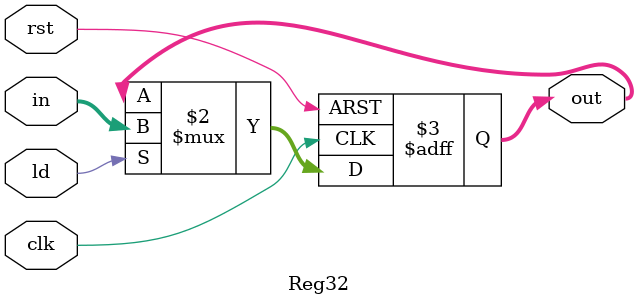
<source format=v>
`timescale 1ns/1ns
module Reg32(input clk, rst, ld, input [31:0] in, output reg [31:0] out);
	always @(posedge clk, posedge rst) begin
		if(rst) begin
			out <= 32'b0;
		end else begin
			out <= ld ? in : out;
		end
	end
endmodule


</source>
